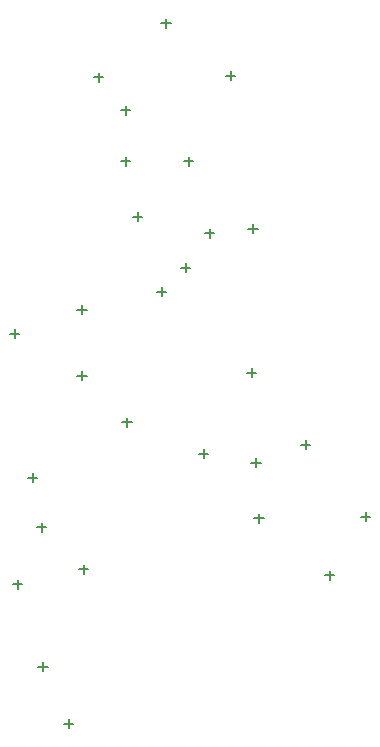
<source format=gbr>
%TF.GenerationSoftware,Altium Limited,Altium Designer,21.2.1 (34)*%
G04 Layer_Color=128*
%FSLAX25Y25*%
%MOIN*%
%TF.SameCoordinates,D4E26BF7-8A77-4173-AB59-83025396DDF1*%
%TF.FilePolarity,Positive*%
%TF.FileFunction,Drillmap*%
%TF.Part,Single*%
G01*
G75*
%TA.AperFunction,NonConductor*%
%ADD19C,0.00500*%
D19*
X131925Y238500D02*
X135075D01*
X133500Y236925D02*
Y240075D01*
X189925Y296000D02*
X193075D01*
X191500Y294425D02*
Y297575D01*
X196925Y272000D02*
X200075D01*
X198500Y270425D02*
Y273575D01*
X212425Y195500D02*
X215575D01*
X214000Y193925D02*
Y197075D01*
X140925Y174000D02*
X144075D01*
X142500Y172425D02*
Y175575D01*
X141425Y127500D02*
X144575D01*
X143000Y125925D02*
Y129075D01*
X213425Y177000D02*
X216575D01*
X215000Y175425D02*
Y178575D01*
X137925Y190500D02*
X141075D01*
X139500Y188925D02*
Y192075D01*
X132925Y155000D02*
X136075D01*
X134500Y153425D02*
Y156575D01*
X180925Y252500D02*
X184075D01*
X182500Y250925D02*
Y254075D01*
X188925Y260500D02*
X192075D01*
X190500Y258925D02*
Y262075D01*
X172925Y277500D02*
X176075D01*
X174500Y275925D02*
Y279075D01*
X203925Y324500D02*
X207075D01*
X205500Y322925D02*
Y326075D01*
X159925Y324000D02*
X163075D01*
X161500Y322425D02*
Y325575D01*
X182425Y342000D02*
X185575D01*
X184000Y340425D02*
Y343575D01*
X194925Y198500D02*
X198075D01*
X196500Y196925D02*
Y200075D01*
X169425Y209000D02*
X172575D01*
X171000Y207425D02*
Y210575D01*
X210925Y225500D02*
X214075D01*
X212500Y223925D02*
Y227075D01*
X228925Y201500D02*
X232075D01*
X230500Y199925D02*
Y203075D01*
X149925Y108500D02*
X153075D01*
X151500Y106925D02*
Y110075D01*
X248925Y177500D02*
X252075D01*
X250500Y175925D02*
Y179075D01*
X236925Y158000D02*
X240075D01*
X238500Y156425D02*
Y159575D01*
X154925Y160000D02*
X158075D01*
X156500Y158425D02*
Y161575D01*
X154425Y224500D02*
X157575D01*
X156000Y222925D02*
Y226075D01*
X154425Y246500D02*
X157575D01*
X156000Y244925D02*
Y248075D01*
X211425Y273500D02*
X214575D01*
X213000Y271925D02*
Y275075D01*
X168925Y296000D02*
X172075D01*
X170500Y294425D02*
Y297575D01*
X168925Y313000D02*
X172075D01*
X170500Y311425D02*
Y314575D01*
%TF.MD5,17ecd9cf9f0349a5a1dd6732aabe3d42*%
M02*

</source>
